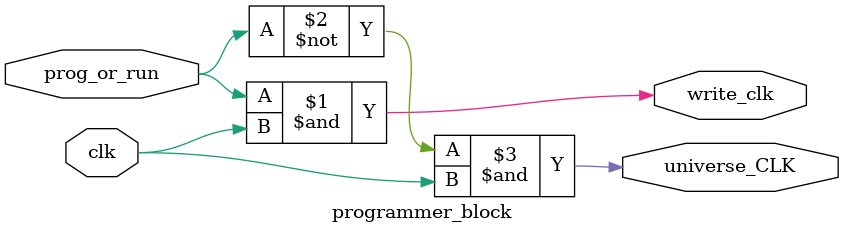
<source format=v>
module programmer_block(prog_or_run, clk, universe_CLK, write_clk);

input prog_or_run, clk;
output universe_CLK, write_clk ;


assign write_clk = prog_or_run & clk ;
assign universe_CLK = (~prog_or_run) & clk ;


endmodule 
</source>
